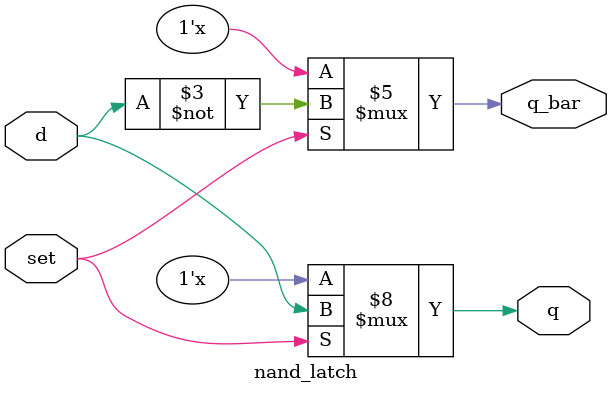
<source format=v>
`timescale 1ns / 1ps
module nand_latch(
    input d,
	 input set,
    output q,
	 output q_bar
    );
	 
reg q, q_bar;

always @ (d or set)
	if (set == 1) begin
		q = d;
		q_bar = ~d;
	end
endmodule

</source>
